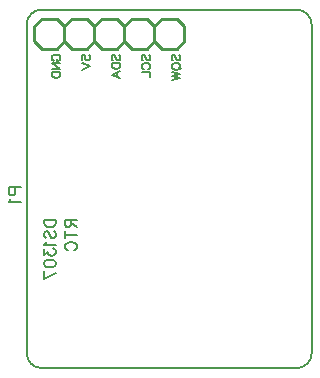
<source format=gbo>
G04 Layer: BottomSilkLayer*
G04 EasyEDA v6.4.12, 2021-01-01T09:56:31+01:00*
G04 894a5beaafa14ce6bfb9057d1c18a6f7,8f8135e26d124d33b536985ae94b05e9,10*
G04 Gerber Generator version 0.2*
G04 Scale: 100 percent, Rotated: No, Reflected: No *
G04 Dimensions in millimeters *
G04 leading zeros omitted , absolute positions ,4 integer and 5 decimal *
%FSLAX45Y45*%
%MOMM*%

%ADD10C,0.2540*%
%ADD22C,0.1524*%

%LPD*%
D22*
X3466007Y1624533D02*
G01*
X3574973Y1624533D01*
X3466007Y1624533D02*
G01*
X3466007Y1577797D01*
X3471087Y1562303D01*
X3476421Y1556969D01*
X3486835Y1551889D01*
X3502329Y1551889D01*
X3512743Y1556969D01*
X3517823Y1562303D01*
X3523157Y1577797D01*
X3523157Y1624533D01*
X3486835Y1517599D02*
G01*
X3481501Y1507185D01*
X3466007Y1491437D01*
X3574973Y1491437D01*
X3767251Y1345133D02*
G01*
X3864279Y1345133D01*
X3767251Y1345133D02*
G01*
X3767251Y1312875D01*
X3771823Y1298905D01*
X3780967Y1289761D01*
X3790365Y1285189D01*
X3804081Y1280363D01*
X3827195Y1280363D01*
X3841165Y1285189D01*
X3850309Y1289761D01*
X3859453Y1298905D01*
X3864279Y1312875D01*
X3864279Y1345133D01*
X3780967Y1185367D02*
G01*
X3771823Y1194511D01*
X3767251Y1208481D01*
X3767251Y1227023D01*
X3771823Y1240739D01*
X3780967Y1249883D01*
X3790365Y1249883D01*
X3799509Y1245311D01*
X3804081Y1240739D01*
X3808653Y1231595D01*
X3818051Y1203909D01*
X3822623Y1194511D01*
X3827195Y1189939D01*
X3836593Y1185367D01*
X3850309Y1185367D01*
X3859453Y1194511D01*
X3864279Y1208481D01*
X3864279Y1227023D01*
X3859453Y1240739D01*
X3850309Y1249883D01*
X3785793Y1154887D02*
G01*
X3780967Y1145743D01*
X3767251Y1131773D01*
X3864279Y1131773D01*
X3767251Y1092149D02*
G01*
X3767251Y1041349D01*
X3804081Y1069035D01*
X3804081Y1055065D01*
X3808653Y1045921D01*
X3813479Y1041349D01*
X3827195Y1036523D01*
X3836593Y1036523D01*
X3850309Y1041349D01*
X3859453Y1050493D01*
X3864279Y1064463D01*
X3864279Y1078179D01*
X3859453Y1092149D01*
X3854881Y1096721D01*
X3845737Y1101293D01*
X3767251Y978357D02*
G01*
X3771823Y992327D01*
X3785793Y1001471D01*
X3808653Y1006043D01*
X3822623Y1006043D01*
X3845737Y1001471D01*
X3859453Y992327D01*
X3864279Y978357D01*
X3864279Y969213D01*
X3859453Y955243D01*
X3845737Y946099D01*
X3822623Y941527D01*
X3808653Y941527D01*
X3785793Y946099D01*
X3771823Y955243D01*
X3767251Y969213D01*
X3767251Y978357D01*
X3767251Y846277D02*
G01*
X3864279Y892505D01*
X3767251Y911047D02*
G01*
X3767251Y846277D01*
X3945051Y1345133D02*
G01*
X4042079Y1345133D01*
X3945051Y1345133D02*
G01*
X3945051Y1303477D01*
X3949623Y1289761D01*
X3954195Y1285189D01*
X3963593Y1280363D01*
X3972737Y1280363D01*
X3981881Y1285189D01*
X3986453Y1289761D01*
X3991279Y1303477D01*
X3991279Y1345133D01*
X3991279Y1312875D02*
G01*
X4042079Y1280363D01*
X3945051Y1217625D02*
G01*
X4042079Y1217625D01*
X3945051Y1249883D02*
G01*
X3945051Y1185367D01*
X3968165Y1085545D02*
G01*
X3958767Y1090117D01*
X3949623Y1099515D01*
X3945051Y1108659D01*
X3945051Y1127201D01*
X3949623Y1136345D01*
X3958767Y1145743D01*
X3968165Y1150315D01*
X3981881Y1154887D01*
X4004995Y1154887D01*
X4018965Y1150315D01*
X4028109Y1145743D01*
X4037253Y1136345D01*
X4042079Y1127201D01*
X4042079Y1108659D01*
X4037253Y1099515D01*
X4028109Y1090117D01*
X4018965Y1085545D01*
X4350181Y2693619D02*
G01*
X4343323Y2700477D01*
X4339767Y2710891D01*
X4339767Y2724861D01*
X4343323Y2735275D01*
X4350181Y2742133D01*
X4357293Y2742133D01*
X4364151Y2738577D01*
X4367453Y2735275D01*
X4371009Y2728163D01*
X4377867Y2707589D01*
X4381423Y2700477D01*
X4384979Y2697175D01*
X4391837Y2693619D01*
X4402251Y2693619D01*
X4409109Y2700477D01*
X4412665Y2710891D01*
X4412665Y2724861D01*
X4409109Y2735275D01*
X4402251Y2742133D01*
X4339767Y2670759D02*
G01*
X4412665Y2670759D01*
X4339767Y2670759D02*
G01*
X4339767Y2646629D01*
X4343323Y2636215D01*
X4350181Y2629103D01*
X4357293Y2625801D01*
X4367453Y2622245D01*
X4384979Y2622245D01*
X4395393Y2625801D01*
X4402251Y2629103D01*
X4409109Y2636215D01*
X4412665Y2646629D01*
X4412665Y2670759D01*
X4339767Y2571699D02*
G01*
X4412665Y2599385D01*
X4339767Y2571699D02*
G01*
X4412665Y2544013D01*
X4388281Y2588971D02*
G01*
X4388281Y2554427D01*
X4604181Y2693619D02*
G01*
X4597323Y2700477D01*
X4593767Y2710891D01*
X4593767Y2724861D01*
X4597323Y2735275D01*
X4604181Y2742133D01*
X4611293Y2742133D01*
X4618151Y2738577D01*
X4621453Y2735275D01*
X4625009Y2728163D01*
X4631867Y2707589D01*
X4635423Y2700477D01*
X4638979Y2697175D01*
X4645837Y2693619D01*
X4656251Y2693619D01*
X4663109Y2700477D01*
X4666665Y2710891D01*
X4666665Y2724861D01*
X4663109Y2735275D01*
X4656251Y2742133D01*
X4611293Y2618943D02*
G01*
X4604181Y2622245D01*
X4597323Y2629103D01*
X4593767Y2636215D01*
X4593767Y2649931D01*
X4597323Y2657043D01*
X4604181Y2663901D01*
X4611293Y2667203D01*
X4621453Y2670759D01*
X4638979Y2670759D01*
X4649393Y2667203D01*
X4656251Y2663901D01*
X4663109Y2657043D01*
X4666665Y2649931D01*
X4666665Y2636215D01*
X4663109Y2629103D01*
X4656251Y2622245D01*
X4649393Y2618943D01*
X4593767Y2596083D02*
G01*
X4666665Y2596083D01*
X4666665Y2596083D02*
G01*
X4666665Y2554427D01*
X4085767Y2700477D02*
G01*
X4085767Y2735275D01*
X4117009Y2738577D01*
X4113453Y2735275D01*
X4110151Y2724861D01*
X4110151Y2714447D01*
X4113453Y2704033D01*
X4120565Y2697175D01*
X4130979Y2693619D01*
X4137837Y2693619D01*
X4148251Y2697175D01*
X4155109Y2704033D01*
X4158665Y2714447D01*
X4158665Y2724861D01*
X4155109Y2735275D01*
X4151553Y2738577D01*
X4144695Y2742133D01*
X4085767Y2670759D02*
G01*
X4158665Y2643073D01*
X4085767Y2615387D02*
G01*
X4158665Y2643073D01*
X3849293Y2690063D02*
G01*
X3842181Y2693619D01*
X3835323Y2700477D01*
X3831767Y2707589D01*
X3831767Y2721305D01*
X3835323Y2728163D01*
X3842181Y2735275D01*
X3849293Y2738577D01*
X3859453Y2742133D01*
X3876979Y2742133D01*
X3887393Y2738577D01*
X3894251Y2735275D01*
X3901109Y2728163D01*
X3904665Y2721305D01*
X3904665Y2707589D01*
X3901109Y2700477D01*
X3894251Y2693619D01*
X3887393Y2690063D01*
X3876979Y2690063D01*
X3876979Y2707589D02*
G01*
X3876979Y2690063D01*
X3831767Y2667203D02*
G01*
X3904665Y2667203D01*
X3831767Y2667203D02*
G01*
X3904665Y2618943D01*
X3831767Y2618943D02*
G01*
X3904665Y2618943D01*
X3831767Y2596083D02*
G01*
X3904665Y2596083D01*
X3831767Y2596083D02*
G01*
X3831767Y2571699D01*
X3835323Y2561285D01*
X3842181Y2554427D01*
X3849293Y2550871D01*
X3859453Y2547569D01*
X3876979Y2547569D01*
X3887393Y2550871D01*
X3894251Y2554427D01*
X3901109Y2561285D01*
X3904665Y2571699D01*
X3904665Y2596083D01*
X4858181Y2693619D02*
G01*
X4851323Y2700477D01*
X4847767Y2710891D01*
X4847767Y2724861D01*
X4851323Y2735275D01*
X4858181Y2742133D01*
X4865293Y2742133D01*
X4872151Y2738577D01*
X4875453Y2735275D01*
X4879009Y2728163D01*
X4885867Y2707589D01*
X4889423Y2700477D01*
X4892979Y2697175D01*
X4899837Y2693619D01*
X4910251Y2693619D01*
X4917109Y2700477D01*
X4920665Y2710891D01*
X4920665Y2724861D01*
X4917109Y2735275D01*
X4910251Y2742133D01*
X4847767Y2649931D02*
G01*
X4851323Y2657043D01*
X4858181Y2663901D01*
X4865293Y2667203D01*
X4875453Y2670759D01*
X4892979Y2670759D01*
X4903393Y2667203D01*
X4910251Y2663901D01*
X4917109Y2657043D01*
X4920665Y2649931D01*
X4920665Y2636215D01*
X4917109Y2629103D01*
X4910251Y2622245D01*
X4903393Y2618943D01*
X4892979Y2615387D01*
X4875453Y2615387D01*
X4865293Y2618943D01*
X4858181Y2622245D01*
X4851323Y2629103D01*
X4847767Y2636215D01*
X4847767Y2649931D01*
X4906695Y2639517D02*
G01*
X4927523Y2618943D01*
X4847767Y2592527D02*
G01*
X4920665Y2575255D01*
X4847767Y2557983D02*
G01*
X4920665Y2575255D01*
X4847767Y2557983D02*
G01*
X4920665Y2540457D01*
X4847767Y2523185D02*
G01*
X4920665Y2540457D01*
X3619423Y2996133D02*
G01*
X3619423Y214833D01*
X3746423Y87833D02*
G01*
X5905423Y87833D01*
X6032423Y214833D02*
G01*
X6032423Y2996133D01*
X5905423Y3123133D02*
G01*
X3746423Y3123133D01*
D10*
X4190923Y2856433D02*
G01*
X4254423Y2792933D01*
X4381423Y2792933D01*
X4444923Y2856433D01*
X4508423Y2792933D01*
X4635423Y2792933D01*
X4698923Y2856433D01*
X4762423Y2792933D01*
X4889423Y2792933D01*
X4952923Y2856433D01*
X4952923Y2983433D01*
X4889423Y3046933D01*
X4762423Y3046933D01*
X4698923Y2983433D01*
X4635423Y3046933D01*
X4508423Y3046933D01*
X4444923Y2983433D01*
X4381423Y3046933D01*
X4254423Y3046933D01*
X4190923Y2983433D01*
X4127423Y3046933D01*
X4000423Y3046933D01*
X3936923Y2983433D01*
X3936923Y2856433D01*
X4000423Y2792933D01*
X4127423Y2792933D01*
X4190923Y2856433D01*
X4190923Y2983433D01*
X4698923Y2983433D02*
G01*
X4698923Y2856433D01*
X4444923Y2983433D02*
G01*
X4444923Y2856433D01*
X3936923Y2983433D02*
G01*
X3873423Y3046933D01*
X3746423Y3046933D01*
X3682923Y2983433D01*
X3682923Y2856433D01*
X3746423Y2792933D01*
X3873423Y2792933D01*
X3936923Y2856433D01*
D22*
G75*
G01*
X3746429Y3123133D02*
G03*
X3619429Y2996133I0J-127000D01*
G75*
G01*
X3619429Y214838D02*
G03*
X3746429Y87838I127000J0D01*
G75*
G01*
X5905424Y87838D02*
G03*
X6032424Y214838I0J127000D01*
G75*
G01*
X6032424Y2996133D02*
G03*
X5905424Y3123133I-127000J0D01*
M02*

</source>
